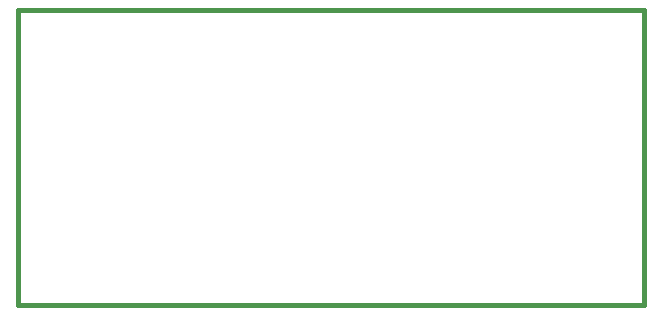
<source format=gbr>
%TF.GenerationSoftware,KiCad,Pcbnew,(5.1.10)-1*%
%TF.CreationDate,2021-10-29T14:29:04-04:00*%
%TF.ProjectId,DB25-02,44423235-2d30-4322-9e6b-696361645f70,X1*%
%TF.SameCoordinates,Original*%
%TF.FileFunction,Profile,NP*%
%FSLAX46Y46*%
G04 Gerber Fmt 4.6, Leading zero omitted, Abs format (unit mm)*
G04 Created by KiCad (PCBNEW (5.1.10)-1) date 2021-10-29 14:29:04*
%MOMM*%
%LPD*%
G01*
G04 APERTURE LIST*
%TA.AperFunction,Profile*%
%ADD10C,0.381000*%
%TD*%
G04 APERTURE END LIST*
D10*
X21000000Y-31000000D02*
X74000000Y-31000000D01*
X21000000Y-6000000D02*
X74000000Y-6000000D01*
X74000000Y-31000000D02*
X74000000Y-6000000D01*
X21000000Y-31000000D02*
X21000000Y-6000000D01*
M02*

</source>
